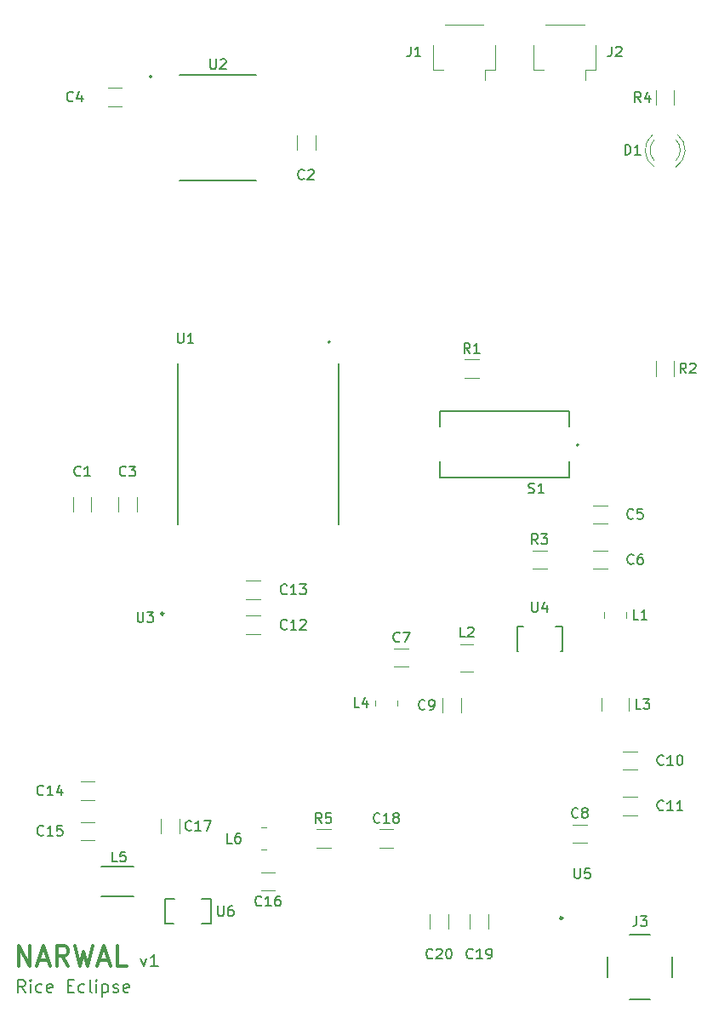
<source format=gbr>
%TF.GenerationSoftware,KiCad,Pcbnew,(6.0.7)*%
%TF.CreationDate,2022-12-07T20:14:59-06:00*%
%TF.ProjectId,Narwal_v1,4e617277-616c-45f7-9631-2e6b69636164,1*%
%TF.SameCoordinates,Original*%
%TF.FileFunction,Legend,Top*%
%TF.FilePolarity,Positive*%
%FSLAX46Y46*%
G04 Gerber Fmt 4.6, Leading zero omitted, Abs format (unit mm)*
G04 Created by KiCad (PCBNEW (6.0.7)) date 2022-12-07 20:14:59*
%MOMM*%
%LPD*%
G01*
G04 APERTURE LIST*
%ADD10C,0.200000*%
%ADD11C,0.300000*%
%ADD12C,0.150000*%
%ADD13C,0.127000*%
%ADD14C,0.120000*%
%ADD15C,0.250000*%
%ADD16C,0.203200*%
G04 APERTURE END LIST*
D10*
X120308571Y-144132142D02*
X120606190Y-144965476D01*
X120903809Y-144132142D01*
X122034761Y-144965476D02*
X121320476Y-144965476D01*
X121677619Y-144965476D02*
X121677619Y-143715476D01*
X121558571Y-143894047D01*
X121439523Y-144013095D01*
X121320476Y-144072619D01*
D11*
X108171190Y-144904761D02*
X108171190Y-142904761D01*
X109314047Y-144904761D01*
X109314047Y-142904761D01*
X110171190Y-144333333D02*
X111123571Y-144333333D01*
X109980714Y-144904761D02*
X110647380Y-142904761D01*
X111314047Y-144904761D01*
X113123571Y-144904761D02*
X112456904Y-143952380D01*
X111980714Y-144904761D02*
X111980714Y-142904761D01*
X112742619Y-142904761D01*
X112933095Y-143000000D01*
X113028333Y-143095238D01*
X113123571Y-143285714D01*
X113123571Y-143571428D01*
X113028333Y-143761904D01*
X112933095Y-143857142D01*
X112742619Y-143952380D01*
X111980714Y-143952380D01*
X113790238Y-142904761D02*
X114266428Y-144904761D01*
X114647380Y-143476190D01*
X115028333Y-144904761D01*
X115504523Y-142904761D01*
X116171190Y-144333333D02*
X117123571Y-144333333D01*
X115980714Y-144904761D02*
X116647380Y-142904761D01*
X117314047Y-144904761D01*
X118933095Y-144904761D02*
X117980714Y-144904761D01*
X117980714Y-142904761D01*
D10*
X108816904Y-147565476D02*
X108400238Y-146970238D01*
X108102619Y-147565476D02*
X108102619Y-146315476D01*
X108578809Y-146315476D01*
X108697857Y-146375000D01*
X108757380Y-146434523D01*
X108816904Y-146553571D01*
X108816904Y-146732142D01*
X108757380Y-146851190D01*
X108697857Y-146910714D01*
X108578809Y-146970238D01*
X108102619Y-146970238D01*
X109352619Y-147565476D02*
X109352619Y-146732142D01*
X109352619Y-146315476D02*
X109293095Y-146375000D01*
X109352619Y-146434523D01*
X109412142Y-146375000D01*
X109352619Y-146315476D01*
X109352619Y-146434523D01*
X110483571Y-147505952D02*
X110364523Y-147565476D01*
X110126428Y-147565476D01*
X110007380Y-147505952D01*
X109947857Y-147446428D01*
X109888333Y-147327380D01*
X109888333Y-146970238D01*
X109947857Y-146851190D01*
X110007380Y-146791666D01*
X110126428Y-146732142D01*
X110364523Y-146732142D01*
X110483571Y-146791666D01*
X111495476Y-147505952D02*
X111376428Y-147565476D01*
X111138333Y-147565476D01*
X111019285Y-147505952D01*
X110959761Y-147386904D01*
X110959761Y-146910714D01*
X111019285Y-146791666D01*
X111138333Y-146732142D01*
X111376428Y-146732142D01*
X111495476Y-146791666D01*
X111555000Y-146910714D01*
X111555000Y-147029761D01*
X110959761Y-147148809D01*
X113043095Y-146910714D02*
X113459761Y-146910714D01*
X113638333Y-147565476D02*
X113043095Y-147565476D01*
X113043095Y-146315476D01*
X113638333Y-146315476D01*
X114709761Y-147505952D02*
X114590714Y-147565476D01*
X114352619Y-147565476D01*
X114233571Y-147505952D01*
X114174047Y-147446428D01*
X114114523Y-147327380D01*
X114114523Y-146970238D01*
X114174047Y-146851190D01*
X114233571Y-146791666D01*
X114352619Y-146732142D01*
X114590714Y-146732142D01*
X114709761Y-146791666D01*
X115424047Y-147565476D02*
X115305000Y-147505952D01*
X115245476Y-147386904D01*
X115245476Y-146315476D01*
X115900238Y-147565476D02*
X115900238Y-146732142D01*
X115900238Y-146315476D02*
X115840714Y-146375000D01*
X115900238Y-146434523D01*
X115959761Y-146375000D01*
X115900238Y-146315476D01*
X115900238Y-146434523D01*
X116495476Y-146732142D02*
X116495476Y-147982142D01*
X116495476Y-146791666D02*
X116614523Y-146732142D01*
X116852619Y-146732142D01*
X116971666Y-146791666D01*
X117031190Y-146851190D01*
X117090714Y-146970238D01*
X117090714Y-147327380D01*
X117031190Y-147446428D01*
X116971666Y-147505952D01*
X116852619Y-147565476D01*
X116614523Y-147565476D01*
X116495476Y-147505952D01*
X117566904Y-147505952D02*
X117685952Y-147565476D01*
X117924047Y-147565476D01*
X118043095Y-147505952D01*
X118102619Y-147386904D01*
X118102619Y-147327380D01*
X118043095Y-147208333D01*
X117924047Y-147148809D01*
X117745476Y-147148809D01*
X117626428Y-147089285D01*
X117566904Y-146970238D01*
X117566904Y-146910714D01*
X117626428Y-146791666D01*
X117745476Y-146732142D01*
X117924047Y-146732142D01*
X118043095Y-146791666D01*
X119114523Y-147505952D02*
X118995476Y-147565476D01*
X118757380Y-147565476D01*
X118638333Y-147505952D01*
X118578809Y-147386904D01*
X118578809Y-146910714D01*
X118638333Y-146791666D01*
X118757380Y-146732142D01*
X118995476Y-146732142D01*
X119114523Y-146791666D01*
X119174047Y-146910714D01*
X119174047Y-147029761D01*
X118578809Y-147148809D01*
D12*
%TO.C,L5*%
X117968333Y-134547380D02*
X117492142Y-134547380D01*
X117492142Y-133547380D01*
X118777857Y-133547380D02*
X118301666Y-133547380D01*
X118254047Y-134023571D01*
X118301666Y-133975952D01*
X118396904Y-133928333D01*
X118635000Y-133928333D01*
X118730238Y-133975952D01*
X118777857Y-134023571D01*
X118825476Y-134118809D01*
X118825476Y-134356904D01*
X118777857Y-134452142D01*
X118730238Y-134499761D01*
X118635000Y-134547380D01*
X118396904Y-134547380D01*
X118301666Y-134499761D01*
X118254047Y-134452142D01*
%TO.C,D1*%
X168511904Y-64222380D02*
X168511904Y-63222380D01*
X168750000Y-63222380D01*
X168892857Y-63270000D01*
X168988095Y-63365238D01*
X169035714Y-63460476D01*
X169083333Y-63650952D01*
X169083333Y-63793809D01*
X169035714Y-63984285D01*
X168988095Y-64079523D01*
X168892857Y-64174761D01*
X168750000Y-64222380D01*
X168511904Y-64222380D01*
X170035714Y-64222380D02*
X169464285Y-64222380D01*
X169750000Y-64222380D02*
X169750000Y-63222380D01*
X169654761Y-63365238D01*
X169559523Y-63460476D01*
X169464285Y-63508095D01*
%TO.C,S1*%
X158913095Y-97849761D02*
X159055952Y-97897380D01*
X159294047Y-97897380D01*
X159389285Y-97849761D01*
X159436904Y-97802142D01*
X159484523Y-97706904D01*
X159484523Y-97611666D01*
X159436904Y-97516428D01*
X159389285Y-97468809D01*
X159294047Y-97421190D01*
X159103571Y-97373571D01*
X159008333Y-97325952D01*
X158960714Y-97278333D01*
X158913095Y-97183095D01*
X158913095Y-97087857D01*
X158960714Y-96992619D01*
X159008333Y-96945000D01*
X159103571Y-96897380D01*
X159341666Y-96897380D01*
X159484523Y-96945000D01*
X160436904Y-97897380D02*
X159865476Y-97897380D01*
X160151190Y-97897380D02*
X160151190Y-96897380D01*
X160055952Y-97040238D01*
X159960714Y-97135476D01*
X159865476Y-97183095D01*
%TO.C,R2*%
X174583333Y-85952380D02*
X174250000Y-85476190D01*
X174011904Y-85952380D02*
X174011904Y-84952380D01*
X174392857Y-84952380D01*
X174488095Y-85000000D01*
X174535714Y-85047619D01*
X174583333Y-85142857D01*
X174583333Y-85285714D01*
X174535714Y-85380952D01*
X174488095Y-85428571D01*
X174392857Y-85476190D01*
X174011904Y-85476190D01*
X174964285Y-85047619D02*
X175011904Y-85000000D01*
X175107142Y-84952380D01*
X175345238Y-84952380D01*
X175440476Y-85000000D01*
X175488095Y-85047619D01*
X175535714Y-85142857D01*
X175535714Y-85238095D01*
X175488095Y-85380952D01*
X174916666Y-85952380D01*
X175535714Y-85952380D01*
%TO.C,R1*%
X153083333Y-83952380D02*
X152750000Y-83476190D01*
X152511904Y-83952380D02*
X152511904Y-82952380D01*
X152892857Y-82952380D01*
X152988095Y-83000000D01*
X153035714Y-83047619D01*
X153083333Y-83142857D01*
X153083333Y-83285714D01*
X153035714Y-83380952D01*
X152988095Y-83428571D01*
X152892857Y-83476190D01*
X152511904Y-83476190D01*
X154035714Y-83952380D02*
X153464285Y-83952380D01*
X153750000Y-83952380D02*
X153750000Y-82952380D01*
X153654761Y-83095238D01*
X153559523Y-83190476D01*
X153464285Y-83238095D01*
%TO.C,L4*%
X142083333Y-119202380D02*
X141607142Y-119202380D01*
X141607142Y-118202380D01*
X142845238Y-118535714D02*
X142845238Y-119202380D01*
X142607142Y-118154761D02*
X142369047Y-118869047D01*
X142988095Y-118869047D01*
%TO.C,C17*%
X125357142Y-131357142D02*
X125309523Y-131404761D01*
X125166666Y-131452380D01*
X125071428Y-131452380D01*
X124928571Y-131404761D01*
X124833333Y-131309523D01*
X124785714Y-131214285D01*
X124738095Y-131023809D01*
X124738095Y-130880952D01*
X124785714Y-130690476D01*
X124833333Y-130595238D01*
X124928571Y-130500000D01*
X125071428Y-130452380D01*
X125166666Y-130452380D01*
X125309523Y-130500000D01*
X125357142Y-130547619D01*
X126309523Y-131452380D02*
X125738095Y-131452380D01*
X126023809Y-131452380D02*
X126023809Y-130452380D01*
X125928571Y-130595238D01*
X125833333Y-130690476D01*
X125738095Y-130738095D01*
X126642857Y-130452380D02*
X127309523Y-130452380D01*
X126880952Y-131452380D01*
%TO.C,R3*%
X159833333Y-102952380D02*
X159500000Y-102476190D01*
X159261904Y-102952380D02*
X159261904Y-101952380D01*
X159642857Y-101952380D01*
X159738095Y-102000000D01*
X159785714Y-102047619D01*
X159833333Y-102142857D01*
X159833333Y-102285714D01*
X159785714Y-102380952D01*
X159738095Y-102428571D01*
X159642857Y-102476190D01*
X159261904Y-102476190D01*
X160166666Y-101952380D02*
X160785714Y-101952380D01*
X160452380Y-102333333D01*
X160595238Y-102333333D01*
X160690476Y-102380952D01*
X160738095Y-102428571D01*
X160785714Y-102523809D01*
X160785714Y-102761904D01*
X160738095Y-102857142D01*
X160690476Y-102904761D01*
X160595238Y-102952380D01*
X160309523Y-102952380D01*
X160214285Y-102904761D01*
X160166666Y-102857142D01*
%TO.C,L2*%
X152583333Y-112202380D02*
X152107142Y-112202380D01*
X152107142Y-111202380D01*
X152869047Y-111297619D02*
X152916666Y-111250000D01*
X153011904Y-111202380D01*
X153250000Y-111202380D01*
X153345238Y-111250000D01*
X153392857Y-111297619D01*
X153440476Y-111392857D01*
X153440476Y-111488095D01*
X153392857Y-111630952D01*
X152821428Y-112202380D01*
X153440476Y-112202380D01*
%TO.C,U5*%
X163488095Y-135202380D02*
X163488095Y-136011904D01*
X163535714Y-136107142D01*
X163583333Y-136154761D01*
X163678571Y-136202380D01*
X163869047Y-136202380D01*
X163964285Y-136154761D01*
X164011904Y-136107142D01*
X164059523Y-136011904D01*
X164059523Y-135202380D01*
X165011904Y-135202380D02*
X164535714Y-135202380D01*
X164488095Y-135678571D01*
X164535714Y-135630952D01*
X164630952Y-135583333D01*
X164869047Y-135583333D01*
X164964285Y-135630952D01*
X165011904Y-135678571D01*
X165059523Y-135773809D01*
X165059523Y-136011904D01*
X165011904Y-136107142D01*
X164964285Y-136154761D01*
X164869047Y-136202380D01*
X164630952Y-136202380D01*
X164535714Y-136154761D01*
X164488095Y-136107142D01*
%TO.C,C10*%
X172332142Y-124857142D02*
X172284523Y-124904761D01*
X172141666Y-124952380D01*
X172046428Y-124952380D01*
X171903571Y-124904761D01*
X171808333Y-124809523D01*
X171760714Y-124714285D01*
X171713095Y-124523809D01*
X171713095Y-124380952D01*
X171760714Y-124190476D01*
X171808333Y-124095238D01*
X171903571Y-124000000D01*
X172046428Y-123952380D01*
X172141666Y-123952380D01*
X172284523Y-124000000D01*
X172332142Y-124047619D01*
X173284523Y-124952380D02*
X172713095Y-124952380D01*
X172998809Y-124952380D02*
X172998809Y-123952380D01*
X172903571Y-124095238D01*
X172808333Y-124190476D01*
X172713095Y-124238095D01*
X173903571Y-123952380D02*
X173998809Y-123952380D01*
X174094047Y-124000000D01*
X174141666Y-124047619D01*
X174189285Y-124142857D01*
X174236904Y-124333333D01*
X174236904Y-124571428D01*
X174189285Y-124761904D01*
X174141666Y-124857142D01*
X174094047Y-124904761D01*
X173998809Y-124952380D01*
X173903571Y-124952380D01*
X173808333Y-124904761D01*
X173760714Y-124857142D01*
X173713095Y-124761904D01*
X173665476Y-124571428D01*
X173665476Y-124333333D01*
X173713095Y-124142857D01*
X173760714Y-124047619D01*
X173808333Y-124000000D01*
X173903571Y-123952380D01*
%TO.C,J2*%
X167166666Y-53452380D02*
X167166666Y-54166666D01*
X167119047Y-54309523D01*
X167023809Y-54404761D01*
X166880952Y-54452380D01*
X166785714Y-54452380D01*
X167595238Y-53547619D02*
X167642857Y-53500000D01*
X167738095Y-53452380D01*
X167976190Y-53452380D01*
X168071428Y-53500000D01*
X168119047Y-53547619D01*
X168166666Y-53642857D01*
X168166666Y-53738095D01*
X168119047Y-53880952D01*
X167547619Y-54452380D01*
X168166666Y-54452380D01*
%TO.C,L1*%
X169833333Y-110452380D02*
X169357142Y-110452380D01*
X169357142Y-109452380D01*
X170690476Y-110452380D02*
X170119047Y-110452380D01*
X170404761Y-110452380D02*
X170404761Y-109452380D01*
X170309523Y-109595238D01*
X170214285Y-109690476D01*
X170119047Y-109738095D01*
%TO.C,C19*%
X153357142Y-144107142D02*
X153309523Y-144154761D01*
X153166666Y-144202380D01*
X153071428Y-144202380D01*
X152928571Y-144154761D01*
X152833333Y-144059523D01*
X152785714Y-143964285D01*
X152738095Y-143773809D01*
X152738095Y-143630952D01*
X152785714Y-143440476D01*
X152833333Y-143345238D01*
X152928571Y-143250000D01*
X153071428Y-143202380D01*
X153166666Y-143202380D01*
X153309523Y-143250000D01*
X153357142Y-143297619D01*
X154309523Y-144202380D02*
X153738095Y-144202380D01*
X154023809Y-144202380D02*
X154023809Y-143202380D01*
X153928571Y-143345238D01*
X153833333Y-143440476D01*
X153738095Y-143488095D01*
X154785714Y-144202380D02*
X154976190Y-144202380D01*
X155071428Y-144154761D01*
X155119047Y-144107142D01*
X155214285Y-143964285D01*
X155261904Y-143773809D01*
X155261904Y-143392857D01*
X155214285Y-143297619D01*
X155166666Y-143250000D01*
X155071428Y-143202380D01*
X154880952Y-143202380D01*
X154785714Y-143250000D01*
X154738095Y-143297619D01*
X154690476Y-143392857D01*
X154690476Y-143630952D01*
X154738095Y-143726190D01*
X154785714Y-143773809D01*
X154880952Y-143821428D01*
X155071428Y-143821428D01*
X155166666Y-143773809D01*
X155214285Y-143726190D01*
X155261904Y-143630952D01*
%TO.C,U4*%
X159238095Y-108702380D02*
X159238095Y-109511904D01*
X159285714Y-109607142D01*
X159333333Y-109654761D01*
X159428571Y-109702380D01*
X159619047Y-109702380D01*
X159714285Y-109654761D01*
X159761904Y-109607142D01*
X159809523Y-109511904D01*
X159809523Y-108702380D01*
X160714285Y-109035714D02*
X160714285Y-109702380D01*
X160476190Y-108654761D02*
X160238095Y-109369047D01*
X160857142Y-109369047D01*
%TO.C,C20*%
X149357142Y-144107142D02*
X149309523Y-144154761D01*
X149166666Y-144202380D01*
X149071428Y-144202380D01*
X148928571Y-144154761D01*
X148833333Y-144059523D01*
X148785714Y-143964285D01*
X148738095Y-143773809D01*
X148738095Y-143630952D01*
X148785714Y-143440476D01*
X148833333Y-143345238D01*
X148928571Y-143250000D01*
X149071428Y-143202380D01*
X149166666Y-143202380D01*
X149309523Y-143250000D01*
X149357142Y-143297619D01*
X149738095Y-143297619D02*
X149785714Y-143250000D01*
X149880952Y-143202380D01*
X150119047Y-143202380D01*
X150214285Y-143250000D01*
X150261904Y-143297619D01*
X150309523Y-143392857D01*
X150309523Y-143488095D01*
X150261904Y-143630952D01*
X149690476Y-144202380D01*
X150309523Y-144202380D01*
X150928571Y-143202380D02*
X151023809Y-143202380D01*
X151119047Y-143250000D01*
X151166666Y-143297619D01*
X151214285Y-143392857D01*
X151261904Y-143583333D01*
X151261904Y-143821428D01*
X151214285Y-144011904D01*
X151166666Y-144107142D01*
X151119047Y-144154761D01*
X151023809Y-144202380D01*
X150928571Y-144202380D01*
X150833333Y-144154761D01*
X150785714Y-144107142D01*
X150738095Y-144011904D01*
X150690476Y-143821428D01*
X150690476Y-143583333D01*
X150738095Y-143392857D01*
X150785714Y-143297619D01*
X150833333Y-143250000D01*
X150928571Y-143202380D01*
%TO.C,C13*%
X134857142Y-107857142D02*
X134809523Y-107904761D01*
X134666666Y-107952380D01*
X134571428Y-107952380D01*
X134428571Y-107904761D01*
X134333333Y-107809523D01*
X134285714Y-107714285D01*
X134238095Y-107523809D01*
X134238095Y-107380952D01*
X134285714Y-107190476D01*
X134333333Y-107095238D01*
X134428571Y-107000000D01*
X134571428Y-106952380D01*
X134666666Y-106952380D01*
X134809523Y-107000000D01*
X134857142Y-107047619D01*
X135809523Y-107952380D02*
X135238095Y-107952380D01*
X135523809Y-107952380D02*
X135523809Y-106952380D01*
X135428571Y-107095238D01*
X135333333Y-107190476D01*
X135238095Y-107238095D01*
X136142857Y-106952380D02*
X136761904Y-106952380D01*
X136428571Y-107333333D01*
X136571428Y-107333333D01*
X136666666Y-107380952D01*
X136714285Y-107428571D01*
X136761904Y-107523809D01*
X136761904Y-107761904D01*
X136714285Y-107857142D01*
X136666666Y-107904761D01*
X136571428Y-107952380D01*
X136285714Y-107952380D01*
X136190476Y-107904761D01*
X136142857Y-107857142D01*
%TO.C,C3*%
X118833333Y-96107142D02*
X118785714Y-96154761D01*
X118642857Y-96202380D01*
X118547619Y-96202380D01*
X118404761Y-96154761D01*
X118309523Y-96059523D01*
X118261904Y-95964285D01*
X118214285Y-95773809D01*
X118214285Y-95630952D01*
X118261904Y-95440476D01*
X118309523Y-95345238D01*
X118404761Y-95250000D01*
X118547619Y-95202380D01*
X118642857Y-95202380D01*
X118785714Y-95250000D01*
X118833333Y-95297619D01*
X119166666Y-95202380D02*
X119785714Y-95202380D01*
X119452380Y-95583333D01*
X119595238Y-95583333D01*
X119690476Y-95630952D01*
X119738095Y-95678571D01*
X119785714Y-95773809D01*
X119785714Y-96011904D01*
X119738095Y-96107142D01*
X119690476Y-96154761D01*
X119595238Y-96202380D01*
X119309523Y-96202380D01*
X119214285Y-96154761D01*
X119166666Y-96107142D01*
%TO.C,C12*%
X134857142Y-111357142D02*
X134809523Y-111404761D01*
X134666666Y-111452380D01*
X134571428Y-111452380D01*
X134428571Y-111404761D01*
X134333333Y-111309523D01*
X134285714Y-111214285D01*
X134238095Y-111023809D01*
X134238095Y-110880952D01*
X134285714Y-110690476D01*
X134333333Y-110595238D01*
X134428571Y-110500000D01*
X134571428Y-110452380D01*
X134666666Y-110452380D01*
X134809523Y-110500000D01*
X134857142Y-110547619D01*
X135809523Y-111452380D02*
X135238095Y-111452380D01*
X135523809Y-111452380D02*
X135523809Y-110452380D01*
X135428571Y-110595238D01*
X135333333Y-110690476D01*
X135238095Y-110738095D01*
X136190476Y-110547619D02*
X136238095Y-110500000D01*
X136333333Y-110452380D01*
X136571428Y-110452380D01*
X136666666Y-110500000D01*
X136714285Y-110547619D01*
X136761904Y-110642857D01*
X136761904Y-110738095D01*
X136714285Y-110880952D01*
X136142857Y-111452380D01*
X136761904Y-111452380D01*
%TO.C,C4*%
X113583333Y-58857142D02*
X113535714Y-58904761D01*
X113392857Y-58952380D01*
X113297619Y-58952380D01*
X113154761Y-58904761D01*
X113059523Y-58809523D01*
X113011904Y-58714285D01*
X112964285Y-58523809D01*
X112964285Y-58380952D01*
X113011904Y-58190476D01*
X113059523Y-58095238D01*
X113154761Y-58000000D01*
X113297619Y-57952380D01*
X113392857Y-57952380D01*
X113535714Y-58000000D01*
X113583333Y-58047619D01*
X114440476Y-58285714D02*
X114440476Y-58952380D01*
X114202380Y-57904761D02*
X113964285Y-58619047D01*
X114583333Y-58619047D01*
%TO.C,U2*%
X127238095Y-54702380D02*
X127238095Y-55511904D01*
X127285714Y-55607142D01*
X127333333Y-55654761D01*
X127428571Y-55702380D01*
X127619047Y-55702380D01*
X127714285Y-55654761D01*
X127761904Y-55607142D01*
X127809523Y-55511904D01*
X127809523Y-54702380D01*
X128238095Y-54797619D02*
X128285714Y-54750000D01*
X128380952Y-54702380D01*
X128619047Y-54702380D01*
X128714285Y-54750000D01*
X128761904Y-54797619D01*
X128809523Y-54892857D01*
X128809523Y-54988095D01*
X128761904Y-55130952D01*
X128190476Y-55702380D01*
X128809523Y-55702380D01*
%TO.C,C18*%
X144107142Y-130607142D02*
X144059523Y-130654761D01*
X143916666Y-130702380D01*
X143821428Y-130702380D01*
X143678571Y-130654761D01*
X143583333Y-130559523D01*
X143535714Y-130464285D01*
X143488095Y-130273809D01*
X143488095Y-130130952D01*
X143535714Y-129940476D01*
X143583333Y-129845238D01*
X143678571Y-129750000D01*
X143821428Y-129702380D01*
X143916666Y-129702380D01*
X144059523Y-129750000D01*
X144107142Y-129797619D01*
X145059523Y-130702380D02*
X144488095Y-130702380D01*
X144773809Y-130702380D02*
X144773809Y-129702380D01*
X144678571Y-129845238D01*
X144583333Y-129940476D01*
X144488095Y-129988095D01*
X145630952Y-130130952D02*
X145535714Y-130083333D01*
X145488095Y-130035714D01*
X145440476Y-129940476D01*
X145440476Y-129892857D01*
X145488095Y-129797619D01*
X145535714Y-129750000D01*
X145630952Y-129702380D01*
X145821428Y-129702380D01*
X145916666Y-129750000D01*
X145964285Y-129797619D01*
X146011904Y-129892857D01*
X146011904Y-129940476D01*
X145964285Y-130035714D01*
X145916666Y-130083333D01*
X145821428Y-130130952D01*
X145630952Y-130130952D01*
X145535714Y-130178571D01*
X145488095Y-130226190D01*
X145440476Y-130321428D01*
X145440476Y-130511904D01*
X145488095Y-130607142D01*
X145535714Y-130654761D01*
X145630952Y-130702380D01*
X145821428Y-130702380D01*
X145916666Y-130654761D01*
X145964285Y-130607142D01*
X146011904Y-130511904D01*
X146011904Y-130321428D01*
X145964285Y-130226190D01*
X145916666Y-130178571D01*
X145821428Y-130130952D01*
%TO.C,C7*%
X146083333Y-112607142D02*
X146035714Y-112654761D01*
X145892857Y-112702380D01*
X145797619Y-112702380D01*
X145654761Y-112654761D01*
X145559523Y-112559523D01*
X145511904Y-112464285D01*
X145464285Y-112273809D01*
X145464285Y-112130952D01*
X145511904Y-111940476D01*
X145559523Y-111845238D01*
X145654761Y-111750000D01*
X145797619Y-111702380D01*
X145892857Y-111702380D01*
X146035714Y-111750000D01*
X146083333Y-111797619D01*
X146416666Y-111702380D02*
X147083333Y-111702380D01*
X146654761Y-112702380D01*
%TO.C,C2*%
X136583333Y-66607142D02*
X136535714Y-66654761D01*
X136392857Y-66702380D01*
X136297619Y-66702380D01*
X136154761Y-66654761D01*
X136059523Y-66559523D01*
X136011904Y-66464285D01*
X135964285Y-66273809D01*
X135964285Y-66130952D01*
X136011904Y-65940476D01*
X136059523Y-65845238D01*
X136154761Y-65750000D01*
X136297619Y-65702380D01*
X136392857Y-65702380D01*
X136535714Y-65750000D01*
X136583333Y-65797619D01*
X136964285Y-65797619D02*
X137011904Y-65750000D01*
X137107142Y-65702380D01*
X137345238Y-65702380D01*
X137440476Y-65750000D01*
X137488095Y-65797619D01*
X137535714Y-65892857D01*
X137535714Y-65988095D01*
X137488095Y-66130952D01*
X136916666Y-66702380D01*
X137535714Y-66702380D01*
%TO.C,C16*%
X132332142Y-138857142D02*
X132284523Y-138904761D01*
X132141666Y-138952380D01*
X132046428Y-138952380D01*
X131903571Y-138904761D01*
X131808333Y-138809523D01*
X131760714Y-138714285D01*
X131713095Y-138523809D01*
X131713095Y-138380952D01*
X131760714Y-138190476D01*
X131808333Y-138095238D01*
X131903571Y-138000000D01*
X132046428Y-137952380D01*
X132141666Y-137952380D01*
X132284523Y-138000000D01*
X132332142Y-138047619D01*
X133284523Y-138952380D02*
X132713095Y-138952380D01*
X132998809Y-138952380D02*
X132998809Y-137952380D01*
X132903571Y-138095238D01*
X132808333Y-138190476D01*
X132713095Y-138238095D01*
X134141666Y-137952380D02*
X133951190Y-137952380D01*
X133855952Y-138000000D01*
X133808333Y-138047619D01*
X133713095Y-138190476D01*
X133665476Y-138380952D01*
X133665476Y-138761904D01*
X133713095Y-138857142D01*
X133760714Y-138904761D01*
X133855952Y-138952380D01*
X134046428Y-138952380D01*
X134141666Y-138904761D01*
X134189285Y-138857142D01*
X134236904Y-138761904D01*
X134236904Y-138523809D01*
X134189285Y-138428571D01*
X134141666Y-138380952D01*
X134046428Y-138333333D01*
X133855952Y-138333333D01*
X133760714Y-138380952D01*
X133713095Y-138428571D01*
X133665476Y-138523809D01*
%TO.C,C14*%
X110632142Y-127857142D02*
X110584523Y-127904761D01*
X110441666Y-127952380D01*
X110346428Y-127952380D01*
X110203571Y-127904761D01*
X110108333Y-127809523D01*
X110060714Y-127714285D01*
X110013095Y-127523809D01*
X110013095Y-127380952D01*
X110060714Y-127190476D01*
X110108333Y-127095238D01*
X110203571Y-127000000D01*
X110346428Y-126952380D01*
X110441666Y-126952380D01*
X110584523Y-127000000D01*
X110632142Y-127047619D01*
X111584523Y-127952380D02*
X111013095Y-127952380D01*
X111298809Y-127952380D02*
X111298809Y-126952380D01*
X111203571Y-127095238D01*
X111108333Y-127190476D01*
X111013095Y-127238095D01*
X112441666Y-127285714D02*
X112441666Y-127952380D01*
X112203571Y-126904761D02*
X111965476Y-127619047D01*
X112584523Y-127619047D01*
%TO.C,C5*%
X169333333Y-100357142D02*
X169285714Y-100404761D01*
X169142857Y-100452380D01*
X169047619Y-100452380D01*
X168904761Y-100404761D01*
X168809523Y-100309523D01*
X168761904Y-100214285D01*
X168714285Y-100023809D01*
X168714285Y-99880952D01*
X168761904Y-99690476D01*
X168809523Y-99595238D01*
X168904761Y-99500000D01*
X169047619Y-99452380D01*
X169142857Y-99452380D01*
X169285714Y-99500000D01*
X169333333Y-99547619D01*
X170238095Y-99452380D02*
X169761904Y-99452380D01*
X169714285Y-99928571D01*
X169761904Y-99880952D01*
X169857142Y-99833333D01*
X170095238Y-99833333D01*
X170190476Y-99880952D01*
X170238095Y-99928571D01*
X170285714Y-100023809D01*
X170285714Y-100261904D01*
X170238095Y-100357142D01*
X170190476Y-100404761D01*
X170095238Y-100452380D01*
X169857142Y-100452380D01*
X169761904Y-100404761D01*
X169714285Y-100357142D01*
%TO.C,J3*%
X169666666Y-139952380D02*
X169666666Y-140666666D01*
X169619047Y-140809523D01*
X169523809Y-140904761D01*
X169380952Y-140952380D01*
X169285714Y-140952380D01*
X170047619Y-139952380D02*
X170666666Y-139952380D01*
X170333333Y-140333333D01*
X170476190Y-140333333D01*
X170571428Y-140380952D01*
X170619047Y-140428571D01*
X170666666Y-140523809D01*
X170666666Y-140761904D01*
X170619047Y-140857142D01*
X170571428Y-140904761D01*
X170476190Y-140952380D01*
X170190476Y-140952380D01*
X170095238Y-140904761D01*
X170047619Y-140857142D01*
%TO.C,R5*%
X138333333Y-130702380D02*
X138000000Y-130226190D01*
X137761904Y-130702380D02*
X137761904Y-129702380D01*
X138142857Y-129702380D01*
X138238095Y-129750000D01*
X138285714Y-129797619D01*
X138333333Y-129892857D01*
X138333333Y-130035714D01*
X138285714Y-130130952D01*
X138238095Y-130178571D01*
X138142857Y-130226190D01*
X137761904Y-130226190D01*
X139238095Y-129702380D02*
X138761904Y-129702380D01*
X138714285Y-130178571D01*
X138761904Y-130130952D01*
X138857142Y-130083333D01*
X139095238Y-130083333D01*
X139190476Y-130130952D01*
X139238095Y-130178571D01*
X139285714Y-130273809D01*
X139285714Y-130511904D01*
X139238095Y-130607142D01*
X139190476Y-130654761D01*
X139095238Y-130702380D01*
X138857142Y-130702380D01*
X138761904Y-130654761D01*
X138714285Y-130607142D01*
%TO.C,C1*%
X114333333Y-96107142D02*
X114285714Y-96154761D01*
X114142857Y-96202380D01*
X114047619Y-96202380D01*
X113904761Y-96154761D01*
X113809523Y-96059523D01*
X113761904Y-95964285D01*
X113714285Y-95773809D01*
X113714285Y-95630952D01*
X113761904Y-95440476D01*
X113809523Y-95345238D01*
X113904761Y-95250000D01*
X114047619Y-95202380D01*
X114142857Y-95202380D01*
X114285714Y-95250000D01*
X114333333Y-95297619D01*
X115285714Y-96202380D02*
X114714285Y-96202380D01*
X115000000Y-96202380D02*
X115000000Y-95202380D01*
X114904761Y-95345238D01*
X114809523Y-95440476D01*
X114714285Y-95488095D01*
%TO.C,U1*%
X123988095Y-81952380D02*
X123988095Y-82761904D01*
X124035714Y-82857142D01*
X124083333Y-82904761D01*
X124178571Y-82952380D01*
X124369047Y-82952380D01*
X124464285Y-82904761D01*
X124511904Y-82857142D01*
X124559523Y-82761904D01*
X124559523Y-81952380D01*
X125559523Y-82952380D02*
X124988095Y-82952380D01*
X125273809Y-82952380D02*
X125273809Y-81952380D01*
X125178571Y-82095238D01*
X125083333Y-82190476D01*
X124988095Y-82238095D01*
%TO.C,L3*%
X170083333Y-119352380D02*
X169607142Y-119352380D01*
X169607142Y-118352380D01*
X170321428Y-118352380D02*
X170940476Y-118352380D01*
X170607142Y-118733333D01*
X170750000Y-118733333D01*
X170845238Y-118780952D01*
X170892857Y-118828571D01*
X170940476Y-118923809D01*
X170940476Y-119161904D01*
X170892857Y-119257142D01*
X170845238Y-119304761D01*
X170750000Y-119352380D01*
X170464285Y-119352380D01*
X170369047Y-119304761D01*
X170321428Y-119257142D01*
%TO.C,C8*%
X163833333Y-130107142D02*
X163785714Y-130154761D01*
X163642857Y-130202380D01*
X163547619Y-130202380D01*
X163404761Y-130154761D01*
X163309523Y-130059523D01*
X163261904Y-129964285D01*
X163214285Y-129773809D01*
X163214285Y-129630952D01*
X163261904Y-129440476D01*
X163309523Y-129345238D01*
X163404761Y-129250000D01*
X163547619Y-129202380D01*
X163642857Y-129202380D01*
X163785714Y-129250000D01*
X163833333Y-129297619D01*
X164404761Y-129630952D02*
X164309523Y-129583333D01*
X164261904Y-129535714D01*
X164214285Y-129440476D01*
X164214285Y-129392857D01*
X164261904Y-129297619D01*
X164309523Y-129250000D01*
X164404761Y-129202380D01*
X164595238Y-129202380D01*
X164690476Y-129250000D01*
X164738095Y-129297619D01*
X164785714Y-129392857D01*
X164785714Y-129440476D01*
X164738095Y-129535714D01*
X164690476Y-129583333D01*
X164595238Y-129630952D01*
X164404761Y-129630952D01*
X164309523Y-129678571D01*
X164261904Y-129726190D01*
X164214285Y-129821428D01*
X164214285Y-130011904D01*
X164261904Y-130107142D01*
X164309523Y-130154761D01*
X164404761Y-130202380D01*
X164595238Y-130202380D01*
X164690476Y-130154761D01*
X164738095Y-130107142D01*
X164785714Y-130011904D01*
X164785714Y-129821428D01*
X164738095Y-129726190D01*
X164690476Y-129678571D01*
X164595238Y-129630952D01*
%TO.C,R4*%
X170083333Y-58989880D02*
X169750000Y-58513690D01*
X169511904Y-58989880D02*
X169511904Y-57989880D01*
X169892857Y-57989880D01*
X169988095Y-58037500D01*
X170035714Y-58085119D01*
X170083333Y-58180357D01*
X170083333Y-58323214D01*
X170035714Y-58418452D01*
X169988095Y-58466071D01*
X169892857Y-58513690D01*
X169511904Y-58513690D01*
X170940476Y-58323214D02*
X170940476Y-58989880D01*
X170702380Y-57942261D02*
X170464285Y-58656547D01*
X171083333Y-58656547D01*
%TO.C,L6*%
X129408333Y-132702380D02*
X128932142Y-132702380D01*
X128932142Y-131702380D01*
X130170238Y-131702380D02*
X129979761Y-131702380D01*
X129884523Y-131750000D01*
X129836904Y-131797619D01*
X129741666Y-131940476D01*
X129694047Y-132130952D01*
X129694047Y-132511904D01*
X129741666Y-132607142D01*
X129789285Y-132654761D01*
X129884523Y-132702380D01*
X130075000Y-132702380D01*
X130170238Y-132654761D01*
X130217857Y-132607142D01*
X130265476Y-132511904D01*
X130265476Y-132273809D01*
X130217857Y-132178571D01*
X130170238Y-132130952D01*
X130075000Y-132083333D01*
X129884523Y-132083333D01*
X129789285Y-132130952D01*
X129741666Y-132178571D01*
X129694047Y-132273809D01*
%TO.C,C9*%
X148583333Y-119357142D02*
X148535714Y-119404761D01*
X148392857Y-119452380D01*
X148297619Y-119452380D01*
X148154761Y-119404761D01*
X148059523Y-119309523D01*
X148011904Y-119214285D01*
X147964285Y-119023809D01*
X147964285Y-118880952D01*
X148011904Y-118690476D01*
X148059523Y-118595238D01*
X148154761Y-118500000D01*
X148297619Y-118452380D01*
X148392857Y-118452380D01*
X148535714Y-118500000D01*
X148583333Y-118547619D01*
X149059523Y-119452380D02*
X149250000Y-119452380D01*
X149345238Y-119404761D01*
X149392857Y-119357142D01*
X149488095Y-119214285D01*
X149535714Y-119023809D01*
X149535714Y-118642857D01*
X149488095Y-118547619D01*
X149440476Y-118500000D01*
X149345238Y-118452380D01*
X149154761Y-118452380D01*
X149059523Y-118500000D01*
X149011904Y-118547619D01*
X148964285Y-118642857D01*
X148964285Y-118880952D01*
X149011904Y-118976190D01*
X149059523Y-119023809D01*
X149154761Y-119071428D01*
X149345238Y-119071428D01*
X149440476Y-119023809D01*
X149488095Y-118976190D01*
X149535714Y-118880952D01*
%TO.C,C15*%
X110632142Y-131857142D02*
X110584523Y-131904761D01*
X110441666Y-131952380D01*
X110346428Y-131952380D01*
X110203571Y-131904761D01*
X110108333Y-131809523D01*
X110060714Y-131714285D01*
X110013095Y-131523809D01*
X110013095Y-131380952D01*
X110060714Y-131190476D01*
X110108333Y-131095238D01*
X110203571Y-131000000D01*
X110346428Y-130952380D01*
X110441666Y-130952380D01*
X110584523Y-131000000D01*
X110632142Y-131047619D01*
X111584523Y-131952380D02*
X111013095Y-131952380D01*
X111298809Y-131952380D02*
X111298809Y-130952380D01*
X111203571Y-131095238D01*
X111108333Y-131190476D01*
X111013095Y-131238095D01*
X112489285Y-130952380D02*
X112013095Y-130952380D01*
X111965476Y-131428571D01*
X112013095Y-131380952D01*
X112108333Y-131333333D01*
X112346428Y-131333333D01*
X112441666Y-131380952D01*
X112489285Y-131428571D01*
X112536904Y-131523809D01*
X112536904Y-131761904D01*
X112489285Y-131857142D01*
X112441666Y-131904761D01*
X112346428Y-131952380D01*
X112108333Y-131952380D01*
X112013095Y-131904761D01*
X111965476Y-131857142D01*
%TO.C,C6*%
X169358333Y-104857142D02*
X169310714Y-104904761D01*
X169167857Y-104952380D01*
X169072619Y-104952380D01*
X168929761Y-104904761D01*
X168834523Y-104809523D01*
X168786904Y-104714285D01*
X168739285Y-104523809D01*
X168739285Y-104380952D01*
X168786904Y-104190476D01*
X168834523Y-104095238D01*
X168929761Y-104000000D01*
X169072619Y-103952380D01*
X169167857Y-103952380D01*
X169310714Y-104000000D01*
X169358333Y-104047619D01*
X170215476Y-103952380D02*
X170025000Y-103952380D01*
X169929761Y-104000000D01*
X169882142Y-104047619D01*
X169786904Y-104190476D01*
X169739285Y-104380952D01*
X169739285Y-104761904D01*
X169786904Y-104857142D01*
X169834523Y-104904761D01*
X169929761Y-104952380D01*
X170120238Y-104952380D01*
X170215476Y-104904761D01*
X170263095Y-104857142D01*
X170310714Y-104761904D01*
X170310714Y-104523809D01*
X170263095Y-104428571D01*
X170215476Y-104380952D01*
X170120238Y-104333333D01*
X169929761Y-104333333D01*
X169834523Y-104380952D01*
X169786904Y-104428571D01*
X169739285Y-104523809D01*
%TO.C,U3*%
X119988095Y-109702380D02*
X119988095Y-110511904D01*
X120035714Y-110607142D01*
X120083333Y-110654761D01*
X120178571Y-110702380D01*
X120369047Y-110702380D01*
X120464285Y-110654761D01*
X120511904Y-110607142D01*
X120559523Y-110511904D01*
X120559523Y-109702380D01*
X120940476Y-109702380D02*
X121559523Y-109702380D01*
X121226190Y-110083333D01*
X121369047Y-110083333D01*
X121464285Y-110130952D01*
X121511904Y-110178571D01*
X121559523Y-110273809D01*
X121559523Y-110511904D01*
X121511904Y-110607142D01*
X121464285Y-110654761D01*
X121369047Y-110702380D01*
X121083333Y-110702380D01*
X120988095Y-110654761D01*
X120940476Y-110607142D01*
%TO.C,C11*%
X172332142Y-129357142D02*
X172284523Y-129404761D01*
X172141666Y-129452380D01*
X172046428Y-129452380D01*
X171903571Y-129404761D01*
X171808333Y-129309523D01*
X171760714Y-129214285D01*
X171713095Y-129023809D01*
X171713095Y-128880952D01*
X171760714Y-128690476D01*
X171808333Y-128595238D01*
X171903571Y-128500000D01*
X172046428Y-128452380D01*
X172141666Y-128452380D01*
X172284523Y-128500000D01*
X172332142Y-128547619D01*
X173284523Y-129452380D02*
X172713095Y-129452380D01*
X172998809Y-129452380D02*
X172998809Y-128452380D01*
X172903571Y-128595238D01*
X172808333Y-128690476D01*
X172713095Y-128738095D01*
X174236904Y-129452380D02*
X173665476Y-129452380D01*
X173951190Y-129452380D02*
X173951190Y-128452380D01*
X173855952Y-128595238D01*
X173760714Y-128690476D01*
X173665476Y-128738095D01*
%TO.C,U6*%
X127988095Y-138952380D02*
X127988095Y-139761904D01*
X128035714Y-139857142D01*
X128083333Y-139904761D01*
X128178571Y-139952380D01*
X128369047Y-139952380D01*
X128464285Y-139904761D01*
X128511904Y-139857142D01*
X128559523Y-139761904D01*
X128559523Y-138952380D01*
X129464285Y-138952380D02*
X129273809Y-138952380D01*
X129178571Y-139000000D01*
X129130952Y-139047619D01*
X129035714Y-139190476D01*
X128988095Y-139380952D01*
X128988095Y-139761904D01*
X129035714Y-139857142D01*
X129083333Y-139904761D01*
X129178571Y-139952380D01*
X129369047Y-139952380D01*
X129464285Y-139904761D01*
X129511904Y-139857142D01*
X129559523Y-139761904D01*
X129559523Y-139523809D01*
X129511904Y-139428571D01*
X129464285Y-139380952D01*
X129369047Y-139333333D01*
X129178571Y-139333333D01*
X129083333Y-139380952D01*
X129035714Y-139428571D01*
X128988095Y-139523809D01*
%TO.C,J1*%
X147166666Y-53452380D02*
X147166666Y-54166666D01*
X147119047Y-54309523D01*
X147023809Y-54404761D01*
X146880952Y-54452380D01*
X146785714Y-54452380D01*
X148166666Y-54452380D02*
X147595238Y-54452380D01*
X147880952Y-54452380D02*
X147880952Y-53452380D01*
X147785714Y-53595238D01*
X147690476Y-53690476D01*
X147595238Y-53738095D01*
D13*
%TO.C,L5*%
X119600000Y-138000000D02*
X116400000Y-138000000D01*
X116400000Y-135000000D02*
X119600000Y-135000000D01*
D14*
%TO.C,D1*%
X171420000Y-62729039D02*
G75*
G03*
X171420163Y-64811130I1080000J-1040961D01*
G01*
X173578608Y-65442335D02*
G75*
G03*
X173735516Y-62210000I-1078608J1672335D01*
G01*
X171264484Y-62210000D02*
G75*
G03*
X171421392Y-65442335I1235516J-1560000D01*
G01*
X173579837Y-64811130D02*
G75*
G03*
X173580000Y-62729039I-1079837J1041130D01*
G01*
D13*
%TO.C,S1*%
X162925000Y-96300000D02*
X150075000Y-96300000D01*
X150075000Y-89700000D02*
X162925000Y-89700000D01*
X162925000Y-89700000D02*
X162925000Y-91250000D01*
X162925000Y-94750000D02*
X162925000Y-96300000D01*
X150075000Y-96300000D02*
X150075000Y-94750000D01*
X150075000Y-91250000D02*
X150075000Y-89700000D01*
D10*
X163900000Y-93100000D02*
G75*
G03*
X163900000Y-93100000I-100000J0D01*
G01*
D14*
%TO.C,R2*%
X173410000Y-84772936D02*
X173410000Y-86227064D01*
X171590000Y-84772936D02*
X171590000Y-86227064D01*
%TO.C,R1*%
X153977064Y-84590000D02*
X152522936Y-84590000D01*
X153977064Y-86410000D02*
X152522936Y-86410000D01*
%TO.C,L4*%
X145860000Y-118488748D02*
X145860000Y-119011252D01*
X143640000Y-118488748D02*
X143640000Y-119011252D01*
%TO.C,C17*%
X124160000Y-131711252D02*
X124160000Y-130288748D01*
X122340000Y-131711252D02*
X122340000Y-130288748D01*
%TO.C,R3*%
X160727064Y-103590000D02*
X159272936Y-103590000D01*
X160727064Y-105410000D02*
X159272936Y-105410000D01*
%TO.C,L2*%
X152147936Y-115610000D02*
X153352064Y-115610000D01*
X152147936Y-112890000D02*
X153352064Y-112890000D01*
D15*
%TO.C,U5*%
X162284000Y-140139000D02*
G75*
G03*
X162284000Y-140139000I-125000J0D01*
G01*
D14*
%TO.C,C10*%
X168263748Y-125410000D02*
X169686252Y-125410000D01*
X168263748Y-123590000D02*
X169686252Y-123590000D01*
%TO.C,J2*%
X164560000Y-55785000D02*
X164560000Y-56775000D01*
X165610000Y-55785000D02*
X164560000Y-55785000D01*
X165610000Y-53285000D02*
X165610000Y-55785000D01*
X164440000Y-51315000D02*
X160560000Y-51315000D01*
X159390000Y-55785000D02*
X160440000Y-55785000D01*
X159390000Y-53285000D02*
X159390000Y-55785000D01*
%TO.C,L1*%
X168610000Y-109738748D02*
X168610000Y-110261252D01*
X166390000Y-109738748D02*
X166390000Y-110261252D01*
%TO.C,C19*%
X154910000Y-139763748D02*
X154910000Y-141186252D01*
X153090000Y-139763748D02*
X153090000Y-141186252D01*
D13*
%TO.C,U4*%
X157755000Y-111154000D02*
X157755000Y-113594000D01*
X157755000Y-111154000D02*
X158402500Y-111154000D01*
X157755000Y-113594000D02*
X157882500Y-113594000D01*
X162250000Y-113594000D02*
X162250000Y-111154000D01*
X162250000Y-111154000D02*
X161602500Y-111154000D01*
X162122500Y-113594000D02*
X162250000Y-113594000D01*
D14*
%TO.C,C20*%
X150910000Y-139763748D02*
X150910000Y-141186252D01*
X149090000Y-139763748D02*
X149090000Y-141186252D01*
%TO.C,C13*%
X130788748Y-106590000D02*
X132211252Y-106590000D01*
X130788748Y-108410000D02*
X132211252Y-108410000D01*
%TO.C,C3*%
X118090000Y-99711252D02*
X118090000Y-98288748D01*
X119910000Y-99711252D02*
X119910000Y-98288748D01*
%TO.C,C12*%
X130788748Y-111910000D02*
X132211252Y-111910000D01*
X130788748Y-110090000D02*
X132211252Y-110090000D01*
%TO.C,C4*%
X117038748Y-57590000D02*
X118461252Y-57590000D01*
X117038748Y-59410000D02*
X118461252Y-59410000D01*
D10*
%TO.C,U2*%
X121395000Y-56465000D02*
G75*
G03*
X121395000Y-56465000I-100000J0D01*
G01*
D13*
X124200000Y-56250000D02*
X131800000Y-56250000D01*
X124200000Y-66750000D02*
X131800000Y-66750000D01*
D14*
%TO.C,C18*%
X144038748Y-133160000D02*
X145461252Y-133160000D01*
X144038748Y-131340000D02*
X145461252Y-131340000D01*
%TO.C,C7*%
X145538748Y-115160000D02*
X146961252Y-115160000D01*
X145538748Y-113340000D02*
X146961252Y-113340000D01*
%TO.C,C2*%
X135865000Y-62288748D02*
X135865000Y-63711252D01*
X137685000Y-62288748D02*
X137685000Y-63711252D01*
%TO.C,C16*%
X133686252Y-135590000D02*
X132263748Y-135590000D01*
X133686252Y-137410000D02*
X132263748Y-137410000D01*
%TO.C,C14*%
X115736252Y-126590000D02*
X114313748Y-126590000D01*
X115736252Y-128410000D02*
X114313748Y-128410000D01*
%TO.C,C5*%
X166736252Y-99090000D02*
X165313748Y-99090000D01*
X166736252Y-100910000D02*
X165313748Y-100910000D01*
D13*
%TO.C,J3*%
X173200000Y-144000000D02*
X173200000Y-146000000D01*
X169000000Y-141800000D02*
X171000000Y-141800000D01*
X166800000Y-146000000D02*
X166800000Y-144000000D01*
X171000000Y-148200000D02*
X169000000Y-148200000D01*
D14*
%TO.C,R5*%
X137772936Y-133160000D02*
X139227064Y-133160000D01*
X137772936Y-131340000D02*
X139227064Y-131340000D01*
%TO.C,C1*%
X113590000Y-99711252D02*
X113590000Y-98288748D01*
X115410000Y-99711252D02*
X115410000Y-98288748D01*
D10*
%TO.C,U1*%
X139165000Y-82865000D02*
G75*
G03*
X139165000Y-82865000I-100000J0D01*
G01*
D13*
X140000000Y-85000000D02*
X140000000Y-101000000D01*
X124000000Y-101000000D02*
X124000000Y-85000000D01*
D14*
%TO.C,L3*%
X166140000Y-118297936D02*
X166140000Y-119502064D01*
X168860000Y-118297936D02*
X168860000Y-119502064D01*
%TO.C,C8*%
X164711252Y-132660000D02*
X163288748Y-132660000D01*
X164711252Y-130840000D02*
X163288748Y-130840000D01*
%TO.C,R4*%
X173410000Y-59264564D02*
X173410000Y-57810436D01*
X171590000Y-59264564D02*
X171590000Y-57810436D01*
%TO.C,L6*%
X132313748Y-131140000D02*
X132836252Y-131140000D01*
X132313748Y-133360000D02*
X132836252Y-133360000D01*
%TO.C,C9*%
X150340000Y-118288748D02*
X150340000Y-119711252D01*
X152160000Y-118288748D02*
X152160000Y-119711252D01*
%TO.C,C15*%
X115736252Y-130590000D02*
X114313748Y-130590000D01*
X115736252Y-132410000D02*
X114313748Y-132410000D01*
%TO.C,C6*%
X166736252Y-105410000D02*
X165313748Y-105410000D01*
X166736252Y-103590000D02*
X165313748Y-103590000D01*
D15*
%TO.C,U3*%
X122585000Y-109865000D02*
G75*
G03*
X122585000Y-109865000I-125000J0D01*
G01*
D14*
%TO.C,C11*%
X168263748Y-128090000D02*
X169686252Y-128090000D01*
X168263748Y-129910000D02*
X169686252Y-129910000D01*
D16*
%TO.C,U6*%
X123603000Y-140659000D02*
X122714000Y-140659000D01*
X127311400Y-140684400D02*
X126397000Y-140684400D01*
X127311400Y-138246000D02*
X126397000Y-138246000D01*
X122714000Y-138220600D02*
X123628400Y-138220600D01*
X122714000Y-140659000D02*
X122714000Y-138220600D01*
X127311400Y-140684400D02*
X127311400Y-138246000D01*
D14*
%TO.C,J1*%
X155610000Y-55785000D02*
X154560000Y-55785000D01*
X154440000Y-51315000D02*
X150560000Y-51315000D01*
X155610000Y-53285000D02*
X155610000Y-55785000D01*
X149390000Y-53285000D02*
X149390000Y-55785000D01*
X154560000Y-55785000D02*
X154560000Y-56775000D01*
X149390000Y-55785000D02*
X150440000Y-55785000D01*
%TD*%
M02*

</source>
